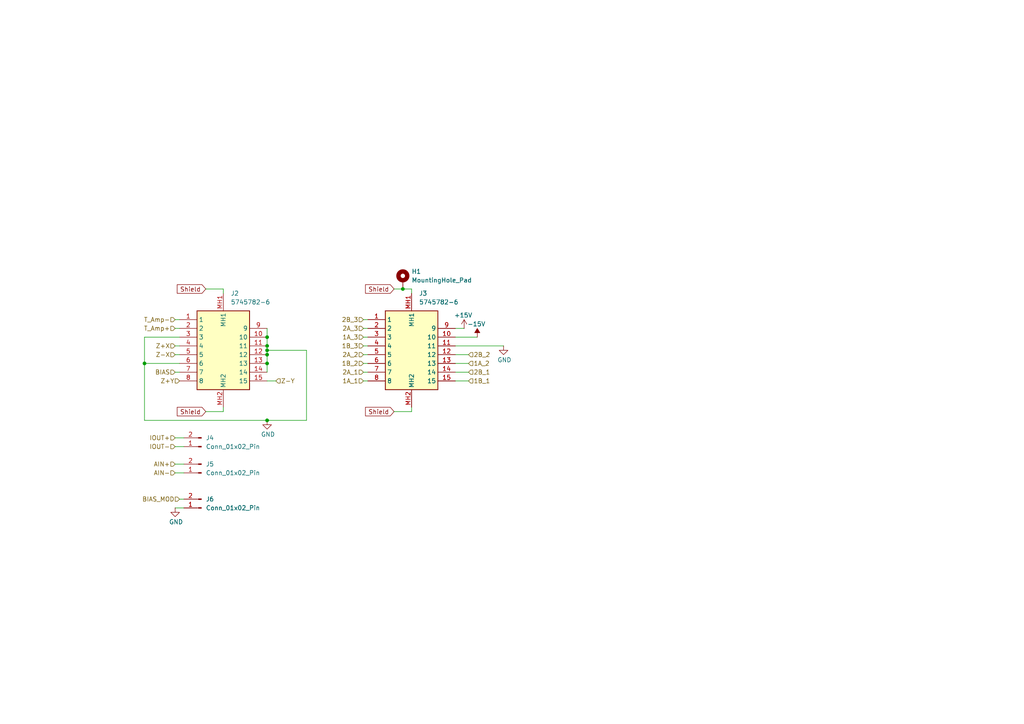
<source format=kicad_sch>
(kicad_sch (version 20250114) (generator "eeschema") (generator_version "9.0")
  (paper "A4")
  (lib_symbols
    (symbol "5745782-6:5745782-6"
      (property "Reference" "J" (at 29.21 12.7 0))
      (property "Value" "5745782-6" (at 29.21 10.16 0))
      (symbol "5745782-6_1_1"
        (rectangle (start 5.08 7.62) (end 27.94 -7.62) (stroke (width 0.254)) (fill (type background)))
        (pin passive line (at 0 0 0) (length 5.08) (name "MH2") (number "MH2"))
        (pin passive line (at 7.62 12.7 270) (length 5.08) (name "8") (number "8"))
        (pin passive line (at 7.62 -12.7 90) (length 5.08) (name "15") (number "15"))
        (pin passive line (at 10.16 12.7 270) (length 5.08) (name "7") (number "7"))
        (pin passive line (at 10.16 -12.7 90) (length 5.08) (name "14") (number "14"))
        (pin passive line (at 12.7 12.7 270) (length 5.08) (name "6") (number "6"))
        (pin passive line (at 12.7 -12.7 90) (length 5.08) (name "13") (number "13"))
        (pin passive line (at 15.24 12.7 270) (length 5.08) (name "5") (number "5"))
        (pin passive line (at 15.24 -12.7 90) (length 5.08) (name "12") (number "12"))
        (pin passive line (at 17.78 12.7 270) (length 5.08) (name "4") (number "4"))
        (pin passive line (at 17.78 -12.7 90) (length 5.08) (name "11") (number "11"))
        (pin passive line (at 20.32 12.7 270) (length 5.08) (name "3") (number "3"))
        (pin passive line (at 20.32 -12.7 90) (length 5.08) (name "10") (number "10"))
        (pin passive line (at 22.86 12.7 270) (length 5.08) (name "2") (number "2"))
        (pin passive line (at 22.86 -12.7 90) (length 5.08) (name "9") (number "9"))
        (pin passive line (at 25.4 12.7 270) (length 5.08) (name "1") (number "1"))
        (pin passive line (at 33.02 0 180) (length 5.08) (name "MH1") (number "MH1"))
      )
    )
    (symbol "Connector:Conn_01x02_Pin" (pin_names (offset 1.016) (hide yes))
      (property "Reference" "J" (at 0 2.54 0))
      (property "Value" "Conn_01x02_Pin" (at 0 -5.08 0))
      (symbol "Conn_01x02_Pin_1_1"
        (rectangle (start 0.8636 0.127) (end 0 -0.127) (stroke (width 0.1524)) (fill (type outline)))
        (rectangle (start 0.8636 -2.413) (end 0 -2.667) (stroke (width 0.1524)) (fill (type outline)))
        (polyline (pts (xy 1.27 0) (xy 0.8636 0)) (stroke (width 0.1524)))
        (polyline (pts (xy 1.27 -2.54) (xy 0.8636 -2.54)) (stroke (width 0.1524)))
        (pin passive line (at 5.08 0 180) (length 3.81) (name "Pin_1") (number "1"))
        (pin passive line (at 5.08 -2.54 180) (length 3.81) (name "Pin_2") (number "2"))
      )
    )
    (symbol "Mechanical:MountingHole_Pad" (pin_numbers (hide yes)) (pin_names (offset 1.016) (hide yes)) (exclude_from_sim yes) (in_bom no)
      (property "Reference" "H" (at 0 6.35 0))
      (property "Value" "MountingHole_Pad" (at 0 4.445 0))
      (symbol "MountingHole_Pad_0_1"
        (circle (center 0 1.27) (radius 1.27) (stroke (width 1.27)))
      )
      (symbol "MountingHole_Pad_1_1"
        (pin input line (at 0 -2.54 90) (length 2.54) (name "1") (number "1"))
      )
    )
    (symbol "power:+15V" (power) (pin_numbers (hide yes)) (pin_names (offset 0) (hide yes))
      (property "Value" "+15V" (at 0 3.556 0))
      (symbol "+15V_0_1"
        (polyline (pts (xy -0.762 1.27) (xy 0 2.54)))
        (polyline (pts (xy 0 2.54) (xy 0.762 1.27)))
        (polyline (pts (xy 0 0) (xy 0 2.54)))
      )
      (symbol "+15V_1_1"
        (pin power_in line (at 0 0 90) (length 0) (name "~") (number "1"))
      )
    )
    (symbol "power:-15V" (power) (pin_numbers (hide yes)) (pin_names (offset 0) (hide yes))
      (property "Value" "-15V" (at 0 3.556 0))
      (symbol "-15V_0_0"
        (pin power_in line (at 0 0 90) (length 0) (name "~") (number "1"))
      )
      (symbol "-15V_0_1"
        (polyline (pts (xy 0 0) (xy 0 1.27) (xy 0.762 1.27) (xy 0 2.54) (xy -0.762 1.27) (xy 0 1.27)) (fill (type outline)))
      )
    )
    (symbol "power:GND" (power) (pin_numbers (hide yes)) (pin_names (offset 0) (hide yes))
      (property "Value" "GND" (at 0 -3.81 0))
      (symbol "GND_0_1"
        (polyline (pts (xy 0 0) (xy 0 -1.27) (xy 1.27 -1.27) (xy 0 -2.54) (xy -1.27 -1.27) (xy 0 -1.27)))
      )
      (symbol "GND_1_1"
        (pin power_in line (at 0 0 270) (length 0) (name "~") (number "1"))
      )
    )
  )
  (junction (at 77.47 100.33))
  (junction (at 77.47 101.6))
  (junction (at 77.47 102.87))
  (junction (at 77.47 105.41))
  (junction (at 116.84 83.82))
  (junction (at 41.91 105.41))
  (junction (at 77.47 121.92))
  (junction (at 77.47 97.79))
  (wire (pts (xy 50.8 134.62) (xy 53.34 134.62)))
  (wire (pts (xy 132.08 102.87) (xy 135.89 102.87)))
  (wire (pts (xy 77.47 101.6) (xy 77.47 102.87)))
  (wire (pts (xy 77.47 102.87) (xy 77.47 105.41)))
  (wire (pts (xy 41.91 105.41) (xy 41.91 97.79)))
  (wire (pts (xy 132.08 107.95) (xy 135.89 107.95)))
  (wire (pts (xy 50.8 107.95) (xy 52.07 107.95)))
  (wire (pts (xy 59.69 119.38) (xy 64.77 119.38)))
  (wire (pts (xy 105.41 107.95) (xy 106.68 107.95)))
  (wire (pts (xy 77.47 97.79) (xy 77.47 100.33)))
  (wire (pts (xy 50.8 147.32) (xy 53.34 147.32)))
  (wire (pts (xy 50.8 100.33) (xy 52.07 100.33)))
  (wire (pts (xy 41.91 121.92) (xy 41.91 105.41)))
  (wire (pts (xy 41.91 105.41) (xy 52.07 105.41)))
  (wire (pts (xy 50.8 137.16) (xy 53.34 137.16)))
  (wire (pts (xy 132.08 97.79) (xy 138.43 97.79)))
  (wire (pts (xy 77.47 105.41) (xy 77.47 107.95)))
  (wire (pts (xy 50.8 95.25) (xy 52.07 95.25)))
  (wire (pts (xy 105.41 95.25) (xy 106.68 95.25)))
  (wire (pts (xy 59.69 83.82) (xy 64.77 83.82)))
  (wire (pts (xy 105.41 100.33) (xy 106.68 100.33)))
  (wire (pts (xy 114.3 83.82) (xy 116.84 83.82)))
  (wire (pts (xy 105.41 92.71) (xy 106.68 92.71)))
  (wire (pts (xy 132.08 105.41) (xy 135.89 105.41)))
  (wire (pts (xy 132.08 95.25) (xy 134.62 95.25)))
  (wire (pts (xy 88.9 121.92) (xy 88.9 101.6)))
  (wire (pts (xy 88.9 101.6) (xy 77.47 101.6)))
  (wire (pts (xy 50.8 129.54) (xy 53.34 129.54)))
  (wire (pts (xy 132.08 100.33) (xy 146.05 100.33)))
  (wire (pts (xy 105.41 97.79) (xy 106.68 97.79)))
  (wire (pts (xy 119.38 119.38) (xy 119.38 118.11)))
  (wire (pts (xy 105.41 105.41) (xy 106.68 105.41)))
  (wire (pts (xy 50.8 127) (xy 53.34 127)))
  (wire (pts (xy 50.8 102.87) (xy 52.07 102.87)))
  (wire (pts (xy 41.91 121.92) (xy 77.47 121.92)))
  (wire (pts (xy 116.84 83.82) (xy 119.38 83.82)))
  (wire (pts (xy 50.8 92.71) (xy 52.07 92.71)))
  (wire (pts (xy 64.77 83.82) (xy 64.77 85.09)))
  (wire (pts (xy 114.3 119.38) (xy 119.38 119.38)))
  (wire (pts (xy 77.47 121.92) (xy 88.9 121.92)))
  (wire (pts (xy 105.41 102.87) (xy 106.68 102.87)))
  (wire (pts (xy 77.47 95.25) (xy 77.47 97.79)))
  (wire (pts (xy 105.41 110.49) (xy 106.68 110.49)))
  (wire (pts (xy 52.07 144.78) (xy 53.34 144.78)))
  (wire (pts (xy 119.38 83.82) (xy 119.38 85.09)))
  (wire (pts (xy 41.91 97.79) (xy 52.07 97.79)))
  (wire (pts (xy 80.01 110.49) (xy 77.47 110.49)))
  (wire (pts (xy 77.47 100.33) (xy 77.47 101.6)))
  (wire (pts (xy 64.77 119.38) (xy 64.77 118.11)))
  (wire (pts (xy 132.08 110.49) (xy 135.89 110.49)))
  (global_label "Shield" (shape input) (at 59.69 119.38 180) (property "Intersheetrefs" "${INTERSHEET_REFS}" (effects (hide yes))))
  (global_label "Shield" (shape input) (at 114.3 119.38 180) (property "Intersheetrefs" "${INTERSHEET_REFS}" (effects (hide yes))))
  (global_label "Shield" (shape input) (at 114.3 83.82 180) (property "Intersheetrefs" "${INTERSHEET_REFS}" (effects (hide yes))))
  (global_label "Shield" (shape input) (at 59.69 83.82 180) (property "Intersheetrefs" "${INTERSHEET_REFS}" (effects (hide yes))))
  (hierarchical_label "T_Amp-" (shape input) (at 50.8 92.71 180))
  (hierarchical_label "2B_3" (shape input) (at 105.41 92.71 180))
  (hierarchical_label "AIN-" (shape input) (at 50.8 137.16 180))
  (hierarchical_label "1A_3" (shape input) (at 105.41 97.79 180))
  (hierarchical_label "1A_2" (shape input) (at 135.89 105.41 0))
  (hierarchical_label "Z+Y" (shape input) (at 52.07 110.49 180))
  (hierarchical_label "2A_3" (shape input) (at 105.41 95.25 180))
  (hierarchical_label "2A_1" (shape input) (at 105.41 107.95 180))
  (hierarchical_label "1A_1" (shape input) (at 105.41 110.49 180))
  (hierarchical_label "Z-X" (shape input) (at 50.8 102.87 180))
  (hierarchical_label "IOUT-" (shape input) (at 50.8 129.54 180))
  (hierarchical_label "Z-Y" (shape input) (at 80.01 110.49 0))
  (hierarchical_label "2B_2" (shape input) (at 135.89 102.87 0))
  (hierarchical_label "1B_1" (shape input) (at 135.89 110.49 0))
  (hierarchical_label "1B_3" (shape input) (at 105.41 100.33 180))
  (hierarchical_label "BIAS" (shape input) (at 50.8 107.95 180))
  (hierarchical_label "IOUT+" (shape input) (at 50.8 127 180))
  (hierarchical_label "AIN+" (shape input) (at 50.8 134.62 180))
  (hierarchical_label "1B_2" (shape input) (at 105.41 105.41 180))
  (hierarchical_label "Z+X" (shape input) (at 50.8 100.33 180))
  (hierarchical_label "BIAS_MOD" (shape input) (at 52.07 144.78 180))
  (hierarchical_label "2B_1" (shape input) (at 135.89 107.95 0))
  (hierarchical_label "T_Amp+" (shape input) (at 50.8 95.25 180))
  (hierarchical_label "2A_2" (shape input) (at 105.41 102.87 180))
  (symbol (lib_id "power:GND") (at 50.8 147.32 0) (unit 1)
    (property "Reference" "#PWR093" (effects (hide yes)))
    (property "Value" "GND" (at 51.054 151.384 0))
    (property "Description" "Power symbol creates a global label with name \"GND\" , ground" (effects (hide yes)))
  )
  (symbol (lib_id "Connector:Conn_01x02_Pin") (at 58.42 129.54 180) (unit 1)
    (property "Reference" "J4" (at 59.69 126.9999 0) (effects (justify right)))
    (property "Value" "Conn_01x02_Pin" (at 59.69 129.5399 0) (effects (justify right)))
    (property "Footprint" "Connector_PinHeader_2.54mm:PinHeader_1x02_P2.54mm_Vertical" (effects (hide yes)))
    (property "Description" "Generic connector, single row, 01x02, script generated" (effects (hide yes)))
  )
  (symbol (lib_id "power:GND") (at 77.47 121.92 0) (unit 1)
    (property "Reference" "#PWR087" (effects (hide yes)))
    (property "Value" "GND" (at 77.724 125.984 0))
    (property "Description" "Power symbol creates a global label with name \"GND\" , ground" (effects (hide yes)))
  )
  (symbol (lib_id "Connector:Conn_01x02_Pin") (at 58.42 137.16 180) (unit 1)
    (property "Reference" "J5" (at 59.69 134.6199 0) (effects (justify right)))
    (property "Value" "Conn_01x02_Pin" (at 59.69 137.1599 0) (effects (justify right)))
    (property "Footprint" "Connector_PinHeader_2.54mm:PinHeader_1x02_P2.54mm_Vertical" (effects (hide yes)))
    (property "Description" "Generic connector, single row, 01x02, script generated" (effects (hide yes)))
  )
  (symbol (lib_id "5745782-6:5745782-6") (at 64.77 118.11 90) (unit 1)
    (property "Reference" "J2" (at 66.9133 85.09 90) (effects (justify right)))
    (property "Value" "5745782-6" (at 66.9133 87.63 90) (effects (justify right)))
    (property "Footprint" "57457826:57457826" (effects (hide yes)))
    (property "Datasheet" "https://www.te.com/commerce/DocumentDelivery/DDEController?Action=srchrtrv&DocNm=82068_AMPLIMITE_Right-Angle_Posted_Conn&DocType=Catalog%20Section&DocLang=English&PartCntxt=5745782-6&DocFormat=pdf" (effects (hide yes)))
    (property "Description" "Body Features: Mating Feature Material Zinc | Mating Feature Plating Material Clear Chromate | Connector Profile Standard | Insert Material Zinc | Shell Plating Material Tin | Configuration Features: Number of Rows 2 | Number of Positions 15 | PCB Mount Orientation Right Angle | Contact Features: Contact Mating Area Plating Material Gold | PCB Contact Termination Area Plating Material Tin | Contact Current Rating (Max) 6 AMP | Contact Base Material Phosphor Bronze | Contact Shape & Form Round | Contact Mati" (effects (hide yes)))
    (property "Height" "12.9286" (effects (hide yes)))
    (property "Mouser Part Number" "571-5745782-6" (effects (hide yes)))
    (property "Mouser Price/Stock" "https://www.mouser.co.uk/ProductDetail/TE-Connectivity/5745782-6?qs=2De2tSDgB00BgEMQieiN9w%3D%3D" (effects (hide yes)))
    (property "Manufacturer_Name" "TE Connectivity" (effects (hide yes)))
    (property "Manufacturer_Part_Number" "5745782-6" (effects (hide yes)))
  )
  (symbol (lib_id "power:+15V") (at 134.62 95.25 0) (unit 1)
    (property "Reference" "#PWR086" (effects (hide yes)))
    (property "Value" "+15V" (at 134.366 91.44 0))
    (property "Description" "Power symbol creates a global label with name \"+15V\"" (effects (hide yes)))
  )
  (symbol (lib_id "Mechanical:MountingHole_Pad") (at 116.84 81.28 0) (unit 1) (exclude_from_sim yes) (in_bom no)
    (property "Reference" "H1" (at 119.38 78.7399 0) (effects (justify left)))
    (property "Value" "MountingHole_Pad" (at 119.38 81.2799 0) (effects (justify left)))
    (property "Footprint" "MountingHole:MountingHole_2.2mm_M2_Pad_Via" (effects (hide yes)))
    (property "Description" "Mounting Hole with connection" (effects (hide yes)))
  )
  (symbol (lib_id "Connector:Conn_01x02_Pin") (at 58.42 147.32 180) (unit 1)
    (property "Reference" "J6" (at 59.69 144.7799 0) (effects (justify right)))
    (property "Value" "Conn_01x02_Pin" (at 59.69 147.3199 0) (effects (justify right)))
    (property "Footprint" "Connector_PinHeader_2.54mm:PinHeader_1x02_P2.54mm_Vertical" (effects (hide yes)))
    (property "Description" "Generic connector, single row, 01x02, script generated" (effects (hide yes)))
  )
  (symbol (lib_id "power:-15V") (at 138.43 97.79 0) (unit 1)
    (property "Reference" "#PWR088" (effects (hide yes)))
    (property "Value" "-15V" (at 138.176 93.98 0))
    (property "Description" "Power symbol creates a global label with name \"-15V\"" (effects (hide yes)))
  )
  (symbol (lib_id "5745782-6:5745782-6") (at 119.38 118.11 90) (unit 1)
    (property "Reference" "J3" (at 121.5233 85.09 90) (effects (justify right)))
    (property "Value" "5745782-6" (at 121.5233 87.63 90) (effects (justify right)))
    (property "Footprint" "57457826:57457826" (effects (hide yes)))
    (property "Datasheet" "https://www.te.com/commerce/DocumentDelivery/DDEController?Action=srchrtrv&DocNm=82068_AMPLIMITE_Right-Angle_Posted_Conn&DocType=Catalog%20Section&DocLang=English&PartCntxt=5745782-6&DocFormat=pdf" (effects (hide yes)))
    (property "Description" "Body Features: Mating Feature Material Zinc | Mating Feature Plating Material Clear Chromate | Connector Profile Standard | Insert Material Zinc | Shell Plating Material Tin | Configuration Features: Number of Rows 2 | Number of Positions 15 | PCB Mount Orientation Right Angle | Contact Features: Contact Mating Area Plating Material Gold | PCB Contact Termination Area Plating Material Tin | Contact Current Rating (Max) 6 AMP | Contact Base Material Phosphor Bronze | Contact Shape & Form Round | Contact Mati" (effects (hide yes)))
    (property "Height" "12.9286" (effects (hide yes)))
    (property "Mouser Part Number" "571-5745782-6" (effects (hide yes)))
    (property "Mouser Price/Stock" "https://www.mouser.co.uk/ProductDetail/TE-Connectivity/5745782-6?qs=2De2tSDgB00BgEMQieiN9w%3D%3D" (effects (hide yes)))
    (property "Manufacturer_Name" "TE Connectivity" (effects (hide yes)))
    (property "Manufacturer_Part_Number" "5745782-6" (effects (hide yes)))
  )
  (symbol (lib_id "power:GND") (at 146.05 100.33 0) (unit 1)
    (property "Reference" "#PWR089" (effects (hide yes)))
    (property "Value" "GND" (at 146.304 104.394 0))
    (property "Description" "Power symbol creates a global label with name \"GND\" , ground" (effects (hide yes)))
  )
)
</source>
